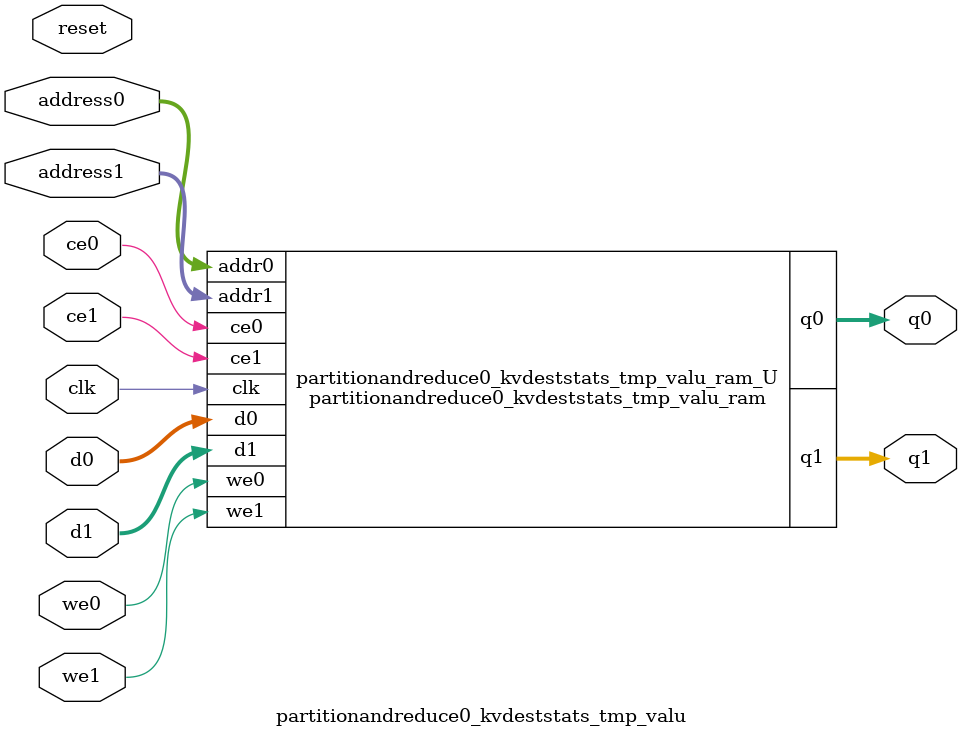
<source format=v>
`timescale 1 ns / 1 ps
module partitionandreduce0_kvdeststats_tmp_valu_ram (addr0, ce0, d0, we0, q0, addr1, ce1, d1, we1, q1,  clk);

parameter DWIDTH = 32;
parameter AWIDTH = 5;
parameter MEM_SIZE = 32;

input[AWIDTH-1:0] addr0;
input ce0;
input[DWIDTH-1:0] d0;
input we0;
output reg[DWIDTH-1:0] q0;
input[AWIDTH-1:0] addr1;
input ce1;
input[DWIDTH-1:0] d1;
input we1;
output reg[DWIDTH-1:0] q1;
input clk;

(* ram_style = "block" *)reg [DWIDTH-1:0] ram[0:MEM_SIZE-1];




always @(posedge clk)  
begin 
    if (ce0) 
    begin
        if (we0) 
        begin 
            ram[addr0] <= d0; 
        end 
        q0 <= ram[addr0];
    end
end


always @(posedge clk)  
begin 
    if (ce1) 
    begin
        if (we1) 
        begin 
            ram[addr1] <= d1; 
        end 
        q1 <= ram[addr1];
    end
end


endmodule

`timescale 1 ns / 1 ps
module partitionandreduce0_kvdeststats_tmp_valu(
    reset,
    clk,
    address0,
    ce0,
    we0,
    d0,
    q0,
    address1,
    ce1,
    we1,
    d1,
    q1);

parameter DataWidth = 32'd32;
parameter AddressRange = 32'd32;
parameter AddressWidth = 32'd5;
input reset;
input clk;
input[AddressWidth - 1:0] address0;
input ce0;
input we0;
input[DataWidth - 1:0] d0;
output[DataWidth - 1:0] q0;
input[AddressWidth - 1:0] address1;
input ce1;
input we1;
input[DataWidth - 1:0] d1;
output[DataWidth - 1:0] q1;



partitionandreduce0_kvdeststats_tmp_valu_ram partitionandreduce0_kvdeststats_tmp_valu_ram_U(
    .clk( clk ),
    .addr0( address0 ),
    .ce0( ce0 ),
    .we0( we0 ),
    .d0( d0 ),
    .q0( q0 ),
    .addr1( address1 ),
    .ce1( ce1 ),
    .we1( we1 ),
    .d1( d1 ),
    .q1( q1 ));

endmodule


</source>
